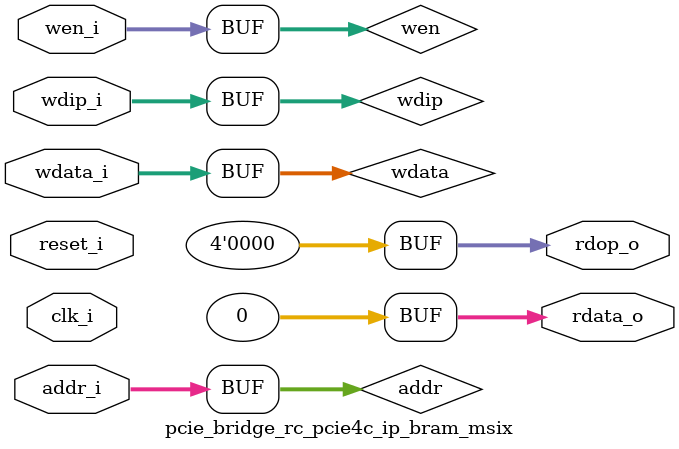
<source format=v>
`timescale 1ps/1ps

(* DowngradeIPIdentifiedWarnings = "yes" *)
module pcie_bridge_rc_pcie4c_ip_bram_msix #(

  parameter           TCQ = 100
, parameter           TO_RAM_PIPELINE="FALSE"
, parameter           FROM_RAM_PIPELINE="FALSE"
, parameter           MSIX_CAP_TABLE_SIZE=11'h0
, parameter           MSIX_TABLE_RAM_ENABLE="FALSE"

  ) (

  input  wire         clk_i,
  input  wire         reset_i,

  input  wire  [12:0] addr_i,
  input  wire  [31:0] wdata_i,
  input  wire   [3:0] wdip_i,
  input  wire   [3:0] wen_i,
  output wire  [31:0] rdata_o,
  output wire   [3:0] rdop_o

  );

  // WIP : Use Total number of functions (PFs + VFs) to calculate the NUM_BRAM_4K
  localparam integer NUM_BRAM_4K = (MSIX_TABLE_RAM_ENABLE == "TRUE") ? 8 : 0 ;
 

  reg          [12:0] addr;
  reg          [12:0] addr_p0;
  reg          [12:0] addr_p1;
  reg          [31:0] wdata;
  reg           [3:0] wdip;
  reg           [3:0] wen;
  reg          [31:0] reg_rdata;
  reg           [3:0] reg_rdop;
  wire         [31:0] rdata;
  wire          [3:0] rdop;
  genvar              i;
  wire    [(8*4)-1:0] bram_4k_wen;
  wire   [(8*32)-1:0] rdata_t;
  wire    [(8*4)-1:0] rdop_t;

  //
  // Optional input pipe stages
  //
  generate

    if (TO_RAM_PIPELINE == "TRUE") begin : TORAMPIPELINE

      always @(posedge clk_i) begin
     
        if (reset_i) begin

          addr <= #(TCQ) 13'b0;
          wdata <= #(TCQ) 32'b0;
          wdip <= #(TCQ) 4'b0;
          wen <= #(TCQ) 4'b0;

        end else begin

          addr <= #(TCQ) addr_i;
          wdata <= #(TCQ) wdata_i;
          wdip <= #(TCQ) wdip_i;
          wen <= #(TCQ) wen_i;

        end

      end

    end else begin : NOTORAMPIPELINE

      always @(*) begin

          addr = addr_i;
          wdata = wdata_i;
          wdip = wdip_i;
          wen = wen_i;

      end


    end

  endgenerate

  // 
  // Address pipeline
  //
  always @(posedge clk_i) begin
     
    if (reset_i) begin

      addr_p0 <= #(TCQ) 13'b0;
      addr_p1 <= #(TCQ) 13'b0;

    end else begin

      addr_p0 <= #(TCQ) addr;
      addr_p1 <= #(TCQ) addr_p0;

    end

  end

  //
  // Optional output pipe stages
  //
  generate

    if (FROM_RAM_PIPELINE == "TRUE") begin : FRMRAMPIPELINE


      always @(posedge clk_i) begin
     
        if (reset_i) begin

          reg_rdata <= #(TCQ) 32'b0;
          reg_rdop <= #(TCQ) 4'b0;

        end else begin

          case (addr_p1[12:10]) 
            3'b000 : begin
              reg_rdata <= #(TCQ) rdata_t[(32*(0))+31:(32*(0))+0];
              reg_rdop <= #(TCQ) rdop_t[(4*(0))+3:(4*(0))+0];
            end
            3'b001 : begin
              reg_rdata <= #(TCQ) rdata_t[(32*(1))+31:(32*(1))+0];
              reg_rdop <= #(TCQ) rdop_t[(4*(1))+3:(4*(1))+0];
            end
            3'b010 : begin
              reg_rdata <= #(TCQ) rdata_t[(32*(2))+31:(32*(2))+0];
              reg_rdop <= #(TCQ) rdop_t[(4*(2))+3:(4*(2))+0];
            end
            3'b011 : begin
              reg_rdata <= #(TCQ) rdata_t[(32*(3))+31:(32*(3))+0];
              reg_rdop <= #(TCQ) rdop_t[(4*(3))+3:(4*(3))+0];
            end
            3'b100 : begin
              reg_rdata <= #(TCQ) rdata_t[(32*(4))+31:(32*(4))+0];
              reg_rdop <= #(TCQ) rdop_t[(4*(4))+3:(4*(4))+0];
            end
            3'b101 : begin
              reg_rdata <= #(TCQ) rdata_t[(32*(5))+31:(32*(5))+0];
              reg_rdop <= #(TCQ) rdop_t[(4*(5))+3:(4*(5))+0];
            end
            3'b110 : begin
              reg_rdata <= #(TCQ) rdata_t[(32*(6))+31:(32*(6))+0];
              reg_rdop <= #(TCQ) rdop_t[(4*(6))+3:(4*(6))+0];
            end
            3'b111 : begin
              reg_rdata <= #(TCQ) rdata_t[(32*(7))+31:(32*(7))+0];
              reg_rdop <= #(TCQ) rdop_t[(4*(7))+3:(4*(7))+0];
            end
          endcase

        end

      end

    end else begin : NOFRMRAMPIPELINE

      always @(*) begin

          case (addr_p1[12:10]) 
            3'b000 : begin
              reg_rdata <= #(TCQ) rdata_t[(32*(0))+31:(32*(0))+0];
              reg_rdop <= #(TCQ) rdop_t[(4*(0))+3:(4*(0))+0];
            end
            3'b001 : begin
              reg_rdata <= #(TCQ) rdata_t[(32*(1))+31:(32*(1))+0];
              reg_rdop <= #(TCQ) rdop_t[(4*(1))+3:(4*(1))+0];
            end
            3'b010 : begin
              reg_rdata <= #(TCQ) rdata_t[(32*(2))+31:(32*(2))+0];
              reg_rdop <= #(TCQ) rdop_t[(4*(2))+3:(4*(2))+0];
            end
            3'b011 : begin
              reg_rdata <= #(TCQ) rdata_t[(32*(3))+31:(32*(3))+0];
              reg_rdop <= #(TCQ) rdop_t[(4*(3))+3:(4*(3))+0];
            end
            3'b100 : begin
              reg_rdata <= #(TCQ) rdata_t[(32*(4))+31:(32*(4))+0];
              reg_rdop <= #(TCQ) rdop_t[(4*(4))+3:(4*(4))+0];
            end
            3'b101 : begin
              reg_rdata <= #(TCQ) rdata_t[(32*(5))+31:(32*(5))+0];
              reg_rdop <= #(TCQ) rdop_t[(4*(5))+3:(4*(5))+0];
            end
            3'b110 : begin
              reg_rdata <= #(TCQ) rdata_t[(32*(6))+31:(32*(6))+0];
              reg_rdop <= #(TCQ) rdop_t[(4*(6))+3:(4*(6))+0];
            end
            3'b111 : begin
              reg_rdata <= #(TCQ) rdata_t[(32*(7))+31:(32*(7))+0];
              reg_rdop <= #(TCQ) rdop_t[(4*(7))+3:(4*(7))+0];
            end
          endcase

      end

    end
  
  endgenerate

  assign rdata_o = (MSIX_TABLE_RAM_ENABLE == "TRUE") ?  reg_rdata : 32'h0;
  assign rdop_o = (MSIX_TABLE_RAM_ENABLE == "TRUE") ? reg_rdop : 4'h0;

  generate 
  
    for (i=0; i<NUM_BRAM_4K; i=i+1) begin : BRAM4K

      pcie_bridge_rc_pcie4c_ip_bram_4k_int #(
          .TCQ(TCQ)
        )
        bram_4k_int (
    
          .clk_i (clk_i),
          .reset_i (reset_i),
    
          .addr_i(addr[9:0]),
          .wdata_i(wdata),
          .wdip_i(wdip),
          .wen_i(bram_4k_wen[(4*(i))+3:(4*(i))+0]),
          .rdata_o(rdata_t[(32*i)+31:(32*i)+0]),
          .rdop_o(rdop_t[(4*i)+3:(4*i)+0]),
          .baddr_i(10'b0),
          .brdata_o()

      );
      assign bram_4k_wen[(4*(i))+3:(4*(i))+0] = wen & {4{(i == addr[12:10])}};  
      
    end

  endgenerate

endmodule

</source>
